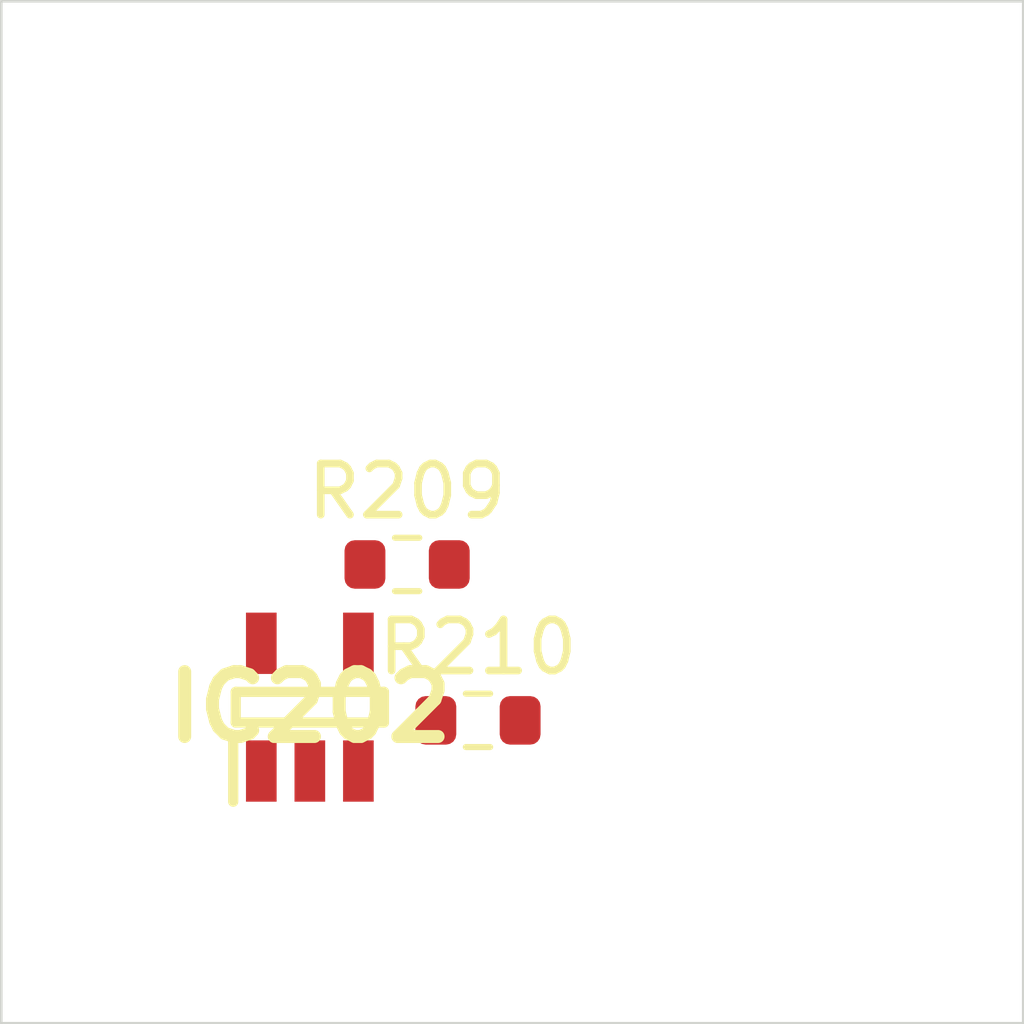
<source format=kicad_pcb>
 ( kicad_pcb  ( version 20171130 )
 ( host pcbnew 5.1.12-84ad8e8a86~92~ubuntu18.04.1 )
 ( general  ( thickness 1.6 )
 ( drawings 4 )
 ( tracks 0 )
 ( zones 0 )
 ( modules 3 )
 ( nets 5 )
)
 ( page A4 )
 ( layers  ( 0 F.Cu signal )
 ( 31 B.Cu signal )
 ( 32 B.Adhes user )
 ( 33 F.Adhes user )
 ( 34 B.Paste user )
 ( 35 F.Paste user )
 ( 36 B.SilkS user )
 ( 37 F.SilkS user )
 ( 38 B.Mask user )
 ( 39 F.Mask user )
 ( 40 Dwgs.User user )
 ( 41 Cmts.User user )
 ( 42 Eco1.User user )
 ( 43 Eco2.User user )
 ( 44 Edge.Cuts user )
 ( 45 Margin user )
 ( 46 B.CrtYd user )
 ( 47 F.CrtYd user )
 ( 48 B.Fab user )
 ( 49 F.Fab user )
)
 ( setup  ( last_trace_width 0.25 )
 ( trace_clearance 0.2 )
 ( zone_clearance 0.508 )
 ( zone_45_only no )
 ( trace_min 0.2 )
 ( via_size 0.8 )
 ( via_drill 0.4 )
 ( via_min_size 0.4 )
 ( via_min_drill 0.3 )
 ( uvia_size 0.3 )
 ( uvia_drill 0.1 )
 ( uvias_allowed no )
 ( uvia_min_size 0.2 )
 ( uvia_min_drill 0.1 )
 ( edge_width 0.05 )
 ( segment_width 0.2 )
 ( pcb_text_width 0.3 )
 ( pcb_text_size 1.5 1.5 )
 ( mod_edge_width 0.12 )
 ( mod_text_size 1 1 )
 ( mod_text_width 0.15 )
 ( pad_size 1.524 1.524 )
 ( pad_drill 0.762 )
 ( pad_to_mask_clearance 0 )
 ( aux_axis_origin 0 0 )
 ( visible_elements FFFFFF7F )
 ( pcbplotparams  ( layerselection 0x010fc_ffffffff )
 ( usegerberextensions false )
 ( usegerberattributes true )
 ( usegerberadvancedattributes true )
 ( creategerberjobfile true )
 ( excludeedgelayer true )
 ( linewidth 0.100000 )
 ( plotframeref false )
 ( viasonmask false )
 ( mode 1 )
 ( useauxorigin false )
 ( hpglpennumber 1 )
 ( hpglpenspeed 20 )
 ( hpglpendiameter 15.000000 )
 ( psnegative false )
 ( psa4output false )
 ( plotreference true )
 ( plotvalue true )
 ( plotinvisibletext false )
 ( padsonsilk false )
 ( subtractmaskfromsilk false )
 ( outputformat 1 )
 ( mirror false )
 ( drillshape 1 )
 ( scaleselection 1 )
 ( outputdirectory "" )
)
)
 ( net 0 "" )
 ( net 1 GND )
 ( net 2 VDDA )
 ( net 3 /Sheet6235D886/vp )
 ( net 4 "Net-(IC202-Pad3)" )
 ( net_class Default "This is the default net class."  ( clearance 0.2 )
 ( trace_width 0.25 )
 ( via_dia 0.8 )
 ( via_drill 0.4 )
 ( uvia_dia 0.3 )
 ( uvia_drill 0.1 )
 ( add_net /Sheet6235D886/vp )
 ( add_net GND )
 ( add_net "Net-(IC202-Pad3)" )
 ( add_net VDDA )
)
 ( module SOT95P280X145-5N locked  ( layer F.Cu )
 ( tedit 62336ED7 )
 ( tstamp 623423ED )
 ( at 86.038900 113.815000 90.000000 )
 ( descr DBV0005A )
 ( tags "Integrated Circuit" )
 ( path /6235D887/6266C08E )
 ( attr smd )
 ( fp_text reference IC202  ( at 0 0 )
 ( layer F.SilkS )
 ( effects  ( font  ( size 1.27 1.27 )
 ( thickness 0.254 )
)
)
)
 ( fp_text value TL071HIDBVR  ( at 0 0 )
 ( layer F.SilkS )
hide  ( effects  ( font  ( size 1.27 1.27 )
 ( thickness 0.254 )
)
)
)
 ( fp_line  ( start -1.85 -1.5 )
 ( end -0.65 -1.5 )
 ( layer F.SilkS )
 ( width 0.2 )
)
 ( fp_line  ( start -0.3 1.45 )
 ( end -0.3 -1.45 )
 ( layer F.SilkS )
 ( width 0.2 )
)
 ( fp_line  ( start 0.3 1.45 )
 ( end -0.3 1.45 )
 ( layer F.SilkS )
 ( width 0.2 )
)
 ( fp_line  ( start 0.3 -1.45 )
 ( end 0.3 1.45 )
 ( layer F.SilkS )
 ( width 0.2 )
)
 ( fp_line  ( start -0.3 -1.45 )
 ( end 0.3 -1.45 )
 ( layer F.SilkS )
 ( width 0.2 )
)
 ( fp_line  ( start -0.8 -0.5 )
 ( end 0.15 -1.45 )
 ( layer Dwgs.User )
 ( width 0.1 )
)
 ( fp_line  ( start -0.8 1.45 )
 ( end -0.8 -1.45 )
 ( layer Dwgs.User )
 ( width 0.1 )
)
 ( fp_line  ( start 0.8 1.45 )
 ( end -0.8 1.45 )
 ( layer Dwgs.User )
 ( width 0.1 )
)
 ( fp_line  ( start 0.8 -1.45 )
 ( end 0.8 1.45 )
 ( layer Dwgs.User )
 ( width 0.1 )
)
 ( fp_line  ( start -0.8 -1.45 )
 ( end 0.8 -1.45 )
 ( layer Dwgs.User )
 ( width 0.1 )
)
 ( fp_line  ( start -2.1 1.775 )
 ( end -2.1 -1.775 )
 ( layer Dwgs.User )
 ( width 0.05 )
)
 ( fp_line  ( start 2.1 1.775 )
 ( end -2.1 1.775 )
 ( layer Dwgs.User )
 ( width 0.05 )
)
 ( fp_line  ( start 2.1 -1.775 )
 ( end 2.1 1.775 )
 ( layer Dwgs.User )
 ( width 0.05 )
)
 ( fp_line  ( start -2.1 -1.775 )
 ( end 2.1 -1.775 )
 ( layer Dwgs.User )
 ( width 0.05 )
)
 ( pad 1 smd rect  ( at -1.25 -0.95 180.000000 )
 ( size 0.6 1.2 )
 ( layers F.Cu F.Mask F.Paste )
 ( net 3 /Sheet6235D886/vp )
)
 ( pad 2 smd rect  ( at -1.25 0 180.000000 )
 ( size 0.6 1.2 )
 ( layers F.Cu F.Mask F.Paste )
 ( net 1 GND )
)
 ( pad 3 smd rect  ( at -1.25 0.95 180.000000 )
 ( size 0.6 1.2 )
 ( layers F.Cu F.Mask F.Paste )
 ( net 4 "Net-(IC202-Pad3)" )
)
 ( pad 4 smd rect  ( at 1.25 0.95 180.000000 )
 ( size 0.6 1.2 )
 ( layers F.Cu F.Mask F.Paste )
 ( net 3 /Sheet6235D886/vp )
)
 ( pad 5 smd rect  ( at 1.25 -0.95 180.000000 )
 ( size 0.6 1.2 )
 ( layers F.Cu F.Mask F.Paste )
 ( net 2 VDDA )
)
)
 ( module Resistor_SMD:R_0603_1608Metric  ( layer F.Cu )
 ( tedit 5F68FEEE )
 ( tstamp 62342595 )
 ( at 87.942600 111.022000 )
 ( descr "Resistor SMD 0603 (1608 Metric), square (rectangular) end terminal, IPC_7351 nominal, (Body size source: IPC-SM-782 page 72, https://www.pcb-3d.com/wordpress/wp-content/uploads/ipc-sm-782a_amendment_1_and_2.pdf), generated with kicad-footprint-generator" )
 ( tags resistor )
 ( path /6235D887/623CDBD9 )
 ( attr smd )
 ( fp_text reference R209  ( at 0 -1.43 )
 ( layer F.SilkS )
 ( effects  ( font  ( size 1 1 )
 ( thickness 0.15 )
)
)
)
 ( fp_text value 100k  ( at 0 1.43 )
 ( layer F.Fab )
 ( effects  ( font  ( size 1 1 )
 ( thickness 0.15 )
)
)
)
 ( fp_line  ( start -0.8 0.4125 )
 ( end -0.8 -0.4125 )
 ( layer F.Fab )
 ( width 0.1 )
)
 ( fp_line  ( start -0.8 -0.4125 )
 ( end 0.8 -0.4125 )
 ( layer F.Fab )
 ( width 0.1 )
)
 ( fp_line  ( start 0.8 -0.4125 )
 ( end 0.8 0.4125 )
 ( layer F.Fab )
 ( width 0.1 )
)
 ( fp_line  ( start 0.8 0.4125 )
 ( end -0.8 0.4125 )
 ( layer F.Fab )
 ( width 0.1 )
)
 ( fp_line  ( start -0.237258 -0.5225 )
 ( end 0.237258 -0.5225 )
 ( layer F.SilkS )
 ( width 0.12 )
)
 ( fp_line  ( start -0.237258 0.5225 )
 ( end 0.237258 0.5225 )
 ( layer F.SilkS )
 ( width 0.12 )
)
 ( fp_line  ( start -1.48 0.73 )
 ( end -1.48 -0.73 )
 ( layer F.CrtYd )
 ( width 0.05 )
)
 ( fp_line  ( start -1.48 -0.73 )
 ( end 1.48 -0.73 )
 ( layer F.CrtYd )
 ( width 0.05 )
)
 ( fp_line  ( start 1.48 -0.73 )
 ( end 1.48 0.73 )
 ( layer F.CrtYd )
 ( width 0.05 )
)
 ( fp_line  ( start 1.48 0.73 )
 ( end -1.48 0.73 )
 ( layer F.CrtYd )
 ( width 0.05 )
)
 ( fp_text user %R  ( at 0 0 )
 ( layer F.Fab )
 ( effects  ( font  ( size 0.4 0.4 )
 ( thickness 0.06 )
)
)
)
 ( pad 1 smd roundrect  ( at -0.825 0 )
 ( size 0.8 0.95 )
 ( layers F.Cu F.Mask F.Paste )
 ( roundrect_rratio 0.25 )
 ( net 2 VDDA )
)
 ( pad 2 smd roundrect  ( at 0.825 0 )
 ( size 0.8 0.95 )
 ( layers F.Cu F.Mask F.Paste )
 ( roundrect_rratio 0.25 )
 ( net 4 "Net-(IC202-Pad3)" )
)
 ( model ${KISYS3DMOD}/Resistor_SMD.3dshapes/R_0603_1608Metric.wrl  ( at  ( xyz 0 0 0 )
)
 ( scale  ( xyz 1 1 1 )
)
 ( rotate  ( xyz 0 0 0 )
)
)
)
 ( module Resistor_SMD:R_0603_1608Metric  ( layer F.Cu )
 ( tedit 5F68FEEE )
 ( tstamp 623425A6 )
 ( at 89.329600 114.073000 )
 ( descr "Resistor SMD 0603 (1608 Metric), square (rectangular) end terminal, IPC_7351 nominal, (Body size source: IPC-SM-782 page 72, https://www.pcb-3d.com/wordpress/wp-content/uploads/ipc-sm-782a_amendment_1_and_2.pdf), generated with kicad-footprint-generator" )
 ( tags resistor )
 ( path /6235D887/623CDBDF )
 ( attr smd )
 ( fp_text reference R210  ( at 0 -1.43 )
 ( layer F.SilkS )
 ( effects  ( font  ( size 1 1 )
 ( thickness 0.15 )
)
)
)
 ( fp_text value 100k  ( at 0 1.43 )
 ( layer F.Fab )
 ( effects  ( font  ( size 1 1 )
 ( thickness 0.15 )
)
)
)
 ( fp_line  ( start 1.48 0.73 )
 ( end -1.48 0.73 )
 ( layer F.CrtYd )
 ( width 0.05 )
)
 ( fp_line  ( start 1.48 -0.73 )
 ( end 1.48 0.73 )
 ( layer F.CrtYd )
 ( width 0.05 )
)
 ( fp_line  ( start -1.48 -0.73 )
 ( end 1.48 -0.73 )
 ( layer F.CrtYd )
 ( width 0.05 )
)
 ( fp_line  ( start -1.48 0.73 )
 ( end -1.48 -0.73 )
 ( layer F.CrtYd )
 ( width 0.05 )
)
 ( fp_line  ( start -0.237258 0.5225 )
 ( end 0.237258 0.5225 )
 ( layer F.SilkS )
 ( width 0.12 )
)
 ( fp_line  ( start -0.237258 -0.5225 )
 ( end 0.237258 -0.5225 )
 ( layer F.SilkS )
 ( width 0.12 )
)
 ( fp_line  ( start 0.8 0.4125 )
 ( end -0.8 0.4125 )
 ( layer F.Fab )
 ( width 0.1 )
)
 ( fp_line  ( start 0.8 -0.4125 )
 ( end 0.8 0.4125 )
 ( layer F.Fab )
 ( width 0.1 )
)
 ( fp_line  ( start -0.8 -0.4125 )
 ( end 0.8 -0.4125 )
 ( layer F.Fab )
 ( width 0.1 )
)
 ( fp_line  ( start -0.8 0.4125 )
 ( end -0.8 -0.4125 )
 ( layer F.Fab )
 ( width 0.1 )
)
 ( fp_text user %R  ( at 0 0 )
 ( layer F.Fab )
 ( effects  ( font  ( size 0.4 0.4 )
 ( thickness 0.06 )
)
)
)
 ( pad 2 smd roundrect  ( at 0.825 0 )
 ( size 0.8 0.95 )
 ( layers F.Cu F.Mask F.Paste )
 ( roundrect_rratio 0.25 )
 ( net 1 GND )
)
 ( pad 1 smd roundrect  ( at -0.825 0 )
 ( size 0.8 0.95 )
 ( layers F.Cu F.Mask F.Paste )
 ( roundrect_rratio 0.25 )
 ( net 4 "Net-(IC202-Pad3)" )
)
 ( model ${KISYS3DMOD}/Resistor_SMD.3dshapes/R_0603_1608Metric.wrl  ( at  ( xyz 0 0 0 )
)
 ( scale  ( xyz 1 1 1 )
)
 ( rotate  ( xyz 0 0 0 )
)
)
)
 ( gr_line  ( start 100 100 )
 ( end 100 120 )
 ( layer Edge.Cuts )
 ( width 0.05 )
 ( tstamp 62E770C4 )
)
 ( gr_line  ( start 80 120 )
 ( end 100 120 )
 ( layer Edge.Cuts )
 ( width 0.05 )
 ( tstamp 62E770C0 )
)
 ( gr_line  ( start 80 100 )
 ( end 100 100 )
 ( layer Edge.Cuts )
 ( width 0.05 )
 ( tstamp 6234110C )
)
 ( gr_line  ( start 80 100 )
 ( end 80 120 )
 ( layer Edge.Cuts )
 ( width 0.05 )
)
)

</source>
